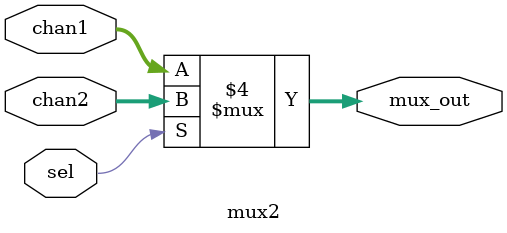
<source format=v>


module mux2 (
    sel,
    mux_out,
    chan1,
    chan2
);
parameter dataWidth=32;
// 2-channels m-bits multiplexor
// 
// channels: generic bits input vectors
// mux_out: is the output vector
// sel: is the channel selector

input sel;
output [dataWidth-1:0] mux_out;
reg [dataWidth-1:0] mux_out;
input [dataWidth-1:0] chan1;
input [dataWidth-1:0] chan2;






always @(sel, chan1, chan2) begin: MUX2_ROUTE_CHANNEL
    if ((sel == 0)) begin
        mux_out = chan1;
    end
    else begin
        mux_out = chan2;
    end
end

endmodule

</source>
